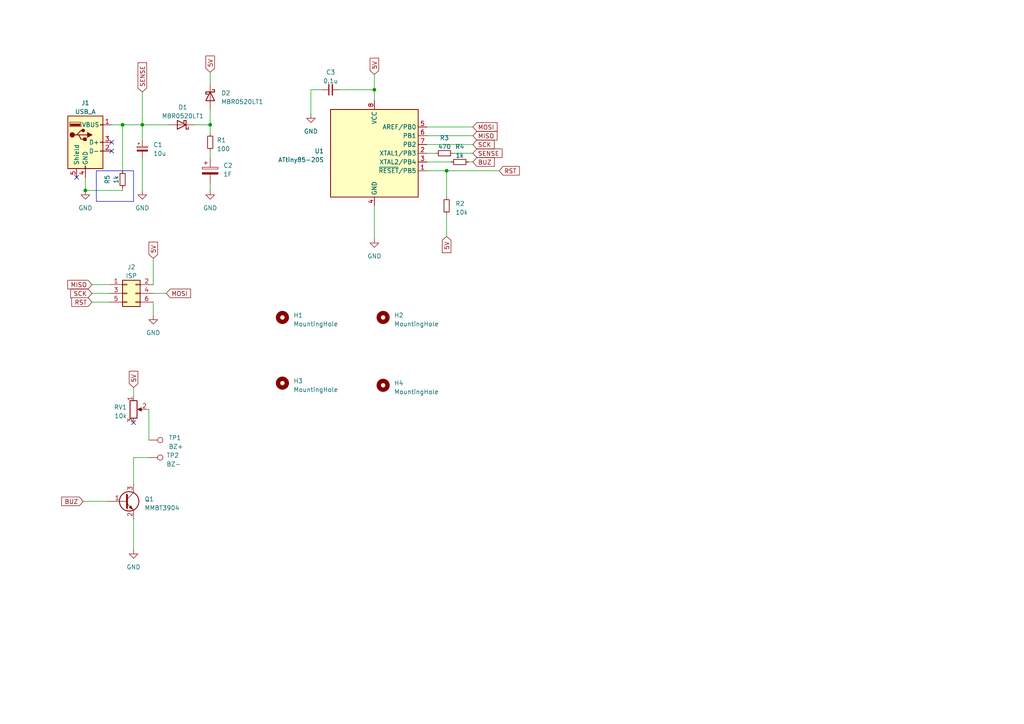
<source format=kicad_sch>
(kicad_sch (version 20230121) (generator eeschema)
  (paper "A4")
  (lib_symbols
    (symbol "Connector:TestPoint" (pin_numbers hide) (pin_names (offset 0.762) hide)
      (property "Reference" "TP" (at 0 6.858 0))
      (property "Value" "TestPoint" (at 0 5.08 0))
      (symbol "TestPoint_0_1"
        (circle (center 0 3.302) (radius 0.762))
      )
      (symbol "TestPoint_1_1"
        (pin passive line (at 0 0 90) (length 2.54) (name "1") (number "1"))
      )
    )
    (symbol "Connector:USB_A" (pin_names (offset 1.016))
      (property "Reference" "J" (at -5.08 11.43 0))
      (property "Value" "USB_A" (at -5.08 8.89 0))
      (symbol "USB_A_0_1"
        (rectangle (start -5.08 -7.62) (end 5.08 7.62) (stroke (width 0.254)) (fill (type background)))
        (circle (center -3.81 2.159) (radius 0.635) (stroke (width 0.254)) (fill (type outline)))
        (rectangle (start -1.524 4.826) (end -4.318 5.334) (fill (type outline)))
        (rectangle (start -1.27 4.572) (end -4.572 5.842))
        (circle (center -0.635 3.429) (radius 0.381) (stroke (width 0.254)) (fill (type outline)))
        (rectangle (start -0.127 -7.62) (end 0.127 -6.858))
        (polyline (pts (xy -3.175 2.159) (xy -2.54 2.159) (xy -1.27 3.429) (xy -0.635 3.429)) (stroke (width 0.254)))
        (polyline (pts (xy -2.54 2.159) (xy -1.905 2.159) (xy -1.27 0.889) (xy 0 0.889)) (stroke (width 0.254)))
        (polyline (pts (xy 0.635 2.794) (xy 0.635 1.524) (xy 1.905 2.159) (xy 0.635 2.794)) (stroke (width 0.254)) (fill (type outline)))
        (rectangle (start 0.254 1.27) (end -0.508 0.508) (stroke (width 0.254)) (fill (type outline)))
        (rectangle (start 5.08 -2.667) (end 4.318 -2.413))
        (rectangle (start 5.08 -0.127) (end 4.318 0.127))
        (rectangle (start 5.08 4.953) (end 4.318 5.207))
      )
      (symbol "USB_A_1_1"
        (polyline (pts (xy -1.905 2.159) (xy 0.635 2.159)) (stroke (width 0.254)))
        (pin power_in line (at 7.62 5.08 180) (length 2.54) (name "VBUS") (number "1"))
        (pin bidirectional line (at 7.62 -2.54 180) (length 2.54) (name "D-") (number "2"))
        (pin bidirectional line (at 7.62 0 180) (length 2.54) (name "D+") (number "3"))
        (pin power_in line (at 0 -10.16 90) (length 2.54) (name "GND") (number "4"))
        (pin passive line (at -2.54 -10.16 90) (length 2.54) (name "Shield") (number "5"))
      )
    )
    (symbol "Connector_Generic:Conn_02x03_Odd_Even" (pin_names (offset 1.016) hide)
      (property "Reference" "J" (at 1.27 5.08 0))
      (property "Value" "Conn_02x03_Odd_Even" (at 1.27 -5.08 0))
      (symbol "Conn_02x03_Odd_Even_1_1"
        (rectangle (start -1.27 -2.413) (end 0 -2.667) (stroke (width 0.1524)))
        (rectangle (start -1.27 0.127) (end 0 -0.127) (stroke (width 0.1524)))
        (rectangle (start -1.27 2.667) (end 0 2.413) (stroke (width 0.1524)))
        (rectangle (start -1.27 3.81) (end 3.81 -3.81) (stroke (width 0.254)) (fill (type background)))
        (rectangle (start 3.81 -2.413) (end 2.54 -2.667) (stroke (width 0.1524)))
        (rectangle (start 3.81 0.127) (end 2.54 -0.127) (stroke (width 0.1524)))
        (rectangle (start 3.81 2.667) (end 2.54 2.413) (stroke (width 0.1524)))
        (pin passive line (at -5.08 2.54 0) (length 3.81) (name "Pin_1") (number "1"))
        (pin passive line (at 7.62 2.54 180) (length 3.81) (name "Pin_2") (number "2"))
        (pin passive line (at -5.08 0 0) (length 3.81) (name "Pin_3") (number "3"))
        (pin passive line (at 7.62 0 180) (length 3.81) (name "Pin_4") (number "4"))
        (pin passive line (at -5.08 -2.54 0) (length 3.81) (name "Pin_5") (number "5"))
        (pin passive line (at 7.62 -2.54 180) (length 3.81) (name "Pin_6") (number "6"))
      )
    )
    (symbol "Device:C_Polarized" (pin_numbers hide) (pin_names (offset 0.254))
      (property "Reference" "C" (at 0.635 2.54 0))
      (property "Value" "C_Polarized" (at 0.635 -2.54 0))
      (symbol "C_Polarized_0_1"
        (rectangle (start -2.286 0.508) (end 2.286 1.016))
        (polyline (pts (xy -1.778 2.286) (xy -0.762 2.286)))
        (polyline (pts (xy -1.27 2.794) (xy -1.27 1.778)))
        (rectangle (start 2.286 -0.508) (end -2.286 -1.016) (fill (type outline)))
      )
      (symbol "C_Polarized_1_1"
        (pin passive line (at 0 3.81 270) (length 2.794) (name "~") (number "1"))
        (pin passive line (at 0 -3.81 90) (length 2.794) (name "~") (number "2"))
      )
    )
    (symbol "Device:C_Polarized_Small" (pin_numbers hide) (pin_names (offset 0.254) hide)
      (property "Reference" "C" (at 0.254 1.778 0))
      (property "Value" "C_Polarized_Small" (at 0.254 -2.032 0))
      (symbol "C_Polarized_Small_0_1"
        (rectangle (start -1.524 -0.3048) (end 1.524 -0.6858) (fill (type outline)))
        (rectangle (start -1.524 0.6858) (end 1.524 0.3048))
        (polyline (pts (xy -1.27 1.524) (xy -0.762 1.524)))
        (polyline (pts (xy -1.016 1.27) (xy -1.016 1.778)))
      )
      (symbol "C_Polarized_Small_1_1"
        (pin passive line (at 0 2.54 270) (length 1.8542) (name "~") (number "1"))
        (pin passive line (at 0 -2.54 90) (length 1.8542) (name "~") (number "2"))
      )
    )
    (symbol "Device:C_Small" (pin_numbers hide) (pin_names (offset 0.254) hide)
      (property "Reference" "C" (at 0.254 1.778 0))
      (property "Value" "C_Small" (at 0.254 -2.032 0))
      (symbol "C_Small_0_1"
        (polyline (pts (xy -1.524 -0.508) (xy 1.524 -0.508)) (stroke (width 0.3302)))
        (polyline (pts (xy -1.524 0.508) (xy 1.524 0.508)) (stroke (width 0.3048)))
      )
      (symbol "C_Small_1_1"
        (pin passive line (at 0 2.54 270) (length 2.032) (name "~") (number "1"))
        (pin passive line (at 0 -2.54 90) (length 2.032) (name "~") (number "2"))
      )
    )
    (symbol "Device:D_Schottky" (pin_numbers hide) (pin_names (offset 1.016) hide)
      (property "Reference" "D" (at 0 2.54 0))
      (property "Value" "D_Schottky" (at 0 -2.54 0))
      (symbol "D_Schottky_0_1"
        (polyline (pts (xy 1.27 0) (xy -1.27 0)))
        (polyline (pts (xy 1.27 1.27) (xy 1.27 -1.27) (xy -1.27 0) (xy 1.27 1.27)) (stroke (width 0.254)))
        (polyline (pts (xy -1.905 0.635) (xy -1.905 1.27) (xy -1.27 1.27) (xy -1.27 -1.27) (xy -0.635 -1.27) (xy -0.635 -0.635)) (stroke (width 0.254)))
      )
      (symbol "D_Schottky_1_1"
        (pin passive line (at -3.81 0 0) (length 2.54) (name "K") (number "1"))
        (pin passive line (at 3.81 0 180) (length 2.54) (name "A") (number "2"))
      )
    )
    (symbol "Device:R_Potentiometer" (pin_names (offset 1.016) hide)
      (property "Reference" "RV" (at -4.445 0 90))
      (property "Value" "R_Potentiometer" (at -2.54 0 90))
      (symbol "R_Potentiometer_0_1"
        (polyline (pts (xy 2.54 0) (xy 1.524 0)))
        (polyline (pts (xy 1.143 0) (xy 2.286 0.508) (xy 2.286 -0.508) (xy 1.143 0)) (fill (type outline)))
        (rectangle (start 1.016 2.54) (end -1.016 -2.54) (stroke (width 0.254)))
      )
      (symbol "R_Potentiometer_1_1"
        (pin passive line (at 0 3.81 270) (length 1.27) (name "1") (number "1"))
        (pin passive line (at 3.81 0 180) (length 1.27) (name "2") (number "2"))
        (pin passive line (at 0 -3.81 90) (length 1.27) (name "3") (number "3"))
      )
    )
    (symbol "Device:R_Small" (pin_numbers hide) (pin_names (offset 0.254) hide)
      (property "Reference" "R" (at 0.762 0.508 0))
      (property "Value" "R_Small" (at 0.762 -1.016 0))
      (symbol "R_Small_0_1"
        (rectangle (start -0.762 1.778) (end 0.762 -1.778) (stroke (width 0.2032)))
      )
      (symbol "R_Small_1_1"
        (pin passive line (at 0 2.54 270) (length 0.762) (name "~") (number "1"))
        (pin passive line (at 0 -2.54 90) (length 0.762) (name "~") (number "2"))
      )
    )
    (symbol "MCU_Microchip_ATtiny:ATtiny85-20S"
      (property "Reference" "U" (at -12.7 13.97 0))
      (property "Value" "ATtiny85-20S" (at 2.54 -13.97 0))
      (symbol "ATtiny85-20S_0_1"
        (rectangle (start -12.7 -12.7) (end 12.7 12.7) (stroke (width 0.254)) (fill (type background)))
      )
      (symbol "ATtiny85-20S_1_1"
        (pin bidirectional line (at 15.24 -5.08 180) (length 2.54) (name "~{RESET}/PB5") (number "1"))
        (pin bidirectional line (at 15.24 0 180) (length 2.54) (name "XTAL1/PB3") (number "2"))
        (pin bidirectional line (at 15.24 -2.54 180) (length 2.54) (name "XTAL2/PB4") (number "3"))
        (pin power_in line (at 0 -15.24 90) (length 2.54) (name "GND") (number "4"))
        (pin bidirectional line (at 15.24 7.62 180) (length 2.54) (name "AREF/PB0") (number "5"))
        (pin bidirectional line (at 15.24 5.08 180) (length 2.54) (name "PB1") (number "6"))
        (pin bidirectional line (at 15.24 2.54 180) (length 2.54) (name "PB2") (number "7"))
        (pin power_in line (at 0 15.24 270) (length 2.54) (name "VCC") (number "8"))
      )
    )
    (symbol "Mechanical:MountingHole" (pin_names (offset 1.016))
      (property "Reference" "H" (at 0 5.08 0))
      (property "Value" "MountingHole" (at 0 3.175 0))
      (symbol "MountingHole_0_1"
        (circle (center 0 0) (radius 1.27) (stroke (width 1.27)))
      )
    )
    (symbol "Transistor_BJT:MMBT3904" (pin_names (offset 0) hide)
      (property "Reference" "Q" (at 5.08 1.905 0))
      (property "Value" "MMBT3904" (at 5.08 0 0))
      (symbol "MMBT3904_0_1"
        (polyline (pts (xy 0.635 0.635) (xy 2.54 2.54)))
        (polyline (pts (xy 0.635 -0.635) (xy 2.54 -2.54) (xy 2.54 -2.54)))
        (polyline (pts (xy 0.635 1.905) (xy 0.635 -1.905) (xy 0.635 -1.905)) (stroke (width 0.508)))
        (polyline (pts (xy 1.27 -1.778) (xy 1.778 -1.27) (xy 2.286 -2.286) (xy 1.27 -1.778) (xy 1.27 -1.778)) (fill (type outline)))
        (circle (center 1.27 0) (radius 2.8194) (stroke (width 0.254)))
      )
      (symbol "MMBT3904_1_1"
        (pin input line (at -5.08 0 0) (length 5.715) (name "B") (number "1"))
        (pin passive line (at 2.54 -5.08 90) (length 2.54) (name "E") (number "2"))
        (pin passive line (at 2.54 5.08 270) (length 2.54) (name "C") (number "3"))
      )
    )
    (symbol "power:GND" (power) (pin_names (offset 0))
      (property "Value" "GND" (at 0 -3.81 0))
      (symbol "GND_0_1"
        (polyline (pts (xy 0 0) (xy 0 -1.27) (xy 1.27 -1.27) (xy 0 -2.54) (xy -1.27 -1.27) (xy 0 -1.27)))
      )
      (symbol "GND_1_1"
        (pin power_in line (at 0 0 270) (length 0) hide (name "GND") (number "1"))
      )
    )
  )
  (junction (at 60.96 36.195))
  (junction (at 24.765 55.245))
  (junction (at 129.54 49.53))
  (junction (at 108.585 26.035))
  (junction (at 35.56 36.195))
  (junction (at 41.275 36.195))
  (no_connect (at 22.225 51.435))
  (no_connect (at 38.735 122.555))
  (no_connect (at 32.385 43.815))
  (no_connect (at 32.385 41.275))
  (wire (pts (xy 44.45 87.63) (xy 44.45 91.44)))
  (wire (pts (xy 60.96 53.34) (xy 60.96 55.245)))
  (wire (pts (xy 35.56 49.53) (xy 35.56 36.195)))
  (wire (pts (xy 44.45 74.93) (xy 44.45 82.55)))
  (wire (pts (xy 26.67 85.09) (xy 31.75 85.09)))
  (wire (pts (xy 35.56 54.61) (xy 35.56 55.245)))
  (wire (pts (xy 129.54 62.23) (xy 129.54 68.58)))
  (wire (pts (xy 43.18 127.635) (xy 43.18 118.745)))
  (wire (pts (xy 108.585 26.035) (xy 108.585 29.21)))
  (wire (pts (xy 108.585 59.69) (xy 108.585 69.215)))
  (wire (pts (xy 24.13 145.415) (xy 31.115 145.415)))
  (wire (pts (xy 123.825 49.53) (xy 129.54 49.53)))
  (wire (pts (xy 38.735 132.715) (xy 38.735 140.335)))
  (wire (pts (xy 41.275 36.195) (xy 48.895 36.195)))
  (wire (pts (xy 123.825 44.45) (xy 126.365 44.45)))
  (wire (pts (xy 44.45 85.09) (xy 48.26 85.09)))
  (wire (pts (xy 131.445 44.45) (xy 137.16 44.45)))
  (wire (pts (xy 41.275 45.72) (xy 41.275 55.245)))
  (wire (pts (xy 41.275 26.67) (xy 41.275 36.195)))
  (wire (pts (xy 38.735 112.395) (xy 38.735 114.935)))
  (wire (pts (xy 123.825 46.99) (xy 130.81 46.99)))
  (wire (pts (xy 60.96 31.75) (xy 60.96 36.195)))
  (wire (pts (xy 26.67 82.55) (xy 31.75 82.55)))
  (wire (pts (xy 123.825 39.37) (xy 137.16 39.37)))
  (wire (pts (xy 129.54 49.53) (xy 144.78 49.53)))
  (wire (pts (xy 93.345 26.035) (xy 90.17 26.035)))
  (wire (pts (xy 123.825 41.91) (xy 137.16 41.91)))
  (wire (pts (xy 41.275 36.195) (xy 41.275 40.64)))
  (wire (pts (xy 26.67 87.63) (xy 31.75 87.63)))
  (wire (pts (xy 56.515 36.195) (xy 60.96 36.195)))
  (wire (pts (xy 60.96 20.955) (xy 60.96 24.13)))
  (wire (pts (xy 60.96 43.815) (xy 60.96 45.72)))
  (wire (pts (xy 60.96 36.195) (xy 60.96 38.735)))
  (wire (pts (xy 129.54 49.53) (xy 129.54 57.15)))
  (wire (pts (xy 43.18 132.715) (xy 38.735 132.715)))
  (wire (pts (xy 98.425 26.035) (xy 108.585 26.035)))
  (wire (pts (xy 108.585 21.59) (xy 108.585 26.035)))
  (wire (pts (xy 38.735 150.495) (xy 38.735 159.385)))
  (wire (pts (xy 135.89 46.99) (xy 137.16 46.99)))
  (wire (pts (xy 90.17 26.035) (xy 90.17 33.02)))
  (wire (pts (xy 35.56 55.245) (xy 24.765 55.245)))
  (wire (pts (xy 42.545 118.745) (xy 43.18 118.745)))
  (wire (pts (xy 32.385 36.195) (xy 35.56 36.195)))
  (wire (pts (xy 35.56 36.195) (xy 41.275 36.195)))
  (wire (pts (xy 123.825 36.83) (xy 137.16 36.83)))
  (wire (pts (xy 24.765 51.435) (xy 24.765 55.245)))
  (rectangle (start 27.94 49.53) (end 38.735 58.42))
  (global_label "RST" (shape input) (at 144.78 49.53 0) (property "Intersheetrefs" "${INTERSHEET_REFS}" (effects hide)))
  (global_label "SENSE" (shape input) (at 41.275 26.67 90) (property "Intersheetrefs" "${INTERSHEET_REFS}" (effects hide)))
  (global_label "MOSI" (shape input) (at 48.26 85.09 0) (property "Intersheetrefs" "${INTERSHEET_REFS}" (effects hide)))
  (global_label "SENSE" (shape input) (at 137.16 44.45 0) (property "Intersheetrefs" "${INTERSHEET_REFS}" (effects hide)))
  (global_label "5V" (shape input) (at 38.735 112.395 90) (property "Intersheetrefs" "${INTERSHEET_REFS}" (effects hide)))
  (global_label "5V" (shape input) (at 44.45 74.93 90) (property "Intersheetrefs" "${INTERSHEET_REFS}" (effects hide)))
  (global_label "SCK" (shape input) (at 26.67 85.09 180) (property "Intersheetrefs" "${INTERSHEET_REFS}" (effects hide)))
  (global_label "MOSI" (shape input) (at 137.16 36.83 0) (property "Intersheetrefs" "${INTERSHEET_REFS}" (effects hide)))
  (global_label "BUZ" (shape input) (at 24.13 145.415 180) (property "Intersheetrefs" "${INTERSHEET_REFS}" (effects hide)))
  (global_label "5V" (shape input) (at 60.96 20.955 90) (property "Intersheetrefs" "${INTERSHEET_REFS}" (effects hide)))
  (global_label "BUZ" (shape input) (at 137.16 46.99 0) (property "Intersheetrefs" "${INTERSHEET_REFS}" (effects hide)))
  (global_label "5V" (shape input) (at 108.585 21.59 90) (property "Intersheetrefs" "${INTERSHEET_REFS}" (effects hide)))
  (global_label "MISO" (shape input) (at 26.67 82.55 180) (property "Intersheetrefs" "${INTERSHEET_REFS}" (effects hide)))
  (global_label "RST" (shape input) (at 26.67 87.63 180) (property "Intersheetrefs" "${INTERSHEET_REFS}" (effects hide)))
  (global_label "MISO" (shape input) (at 137.16 39.37 0) (property "Intersheetrefs" "${INTERSHEET_REFS}" (effects hide)))
  (global_label "5V" (shape input) (at 129.54 68.58 270) (property "Intersheetrefs" "${INTERSHEET_REFS}" (effects hide)))
  (global_label "SCK" (shape input) (at 137.16 41.91 0) (property "Intersheetrefs" "${INTERSHEET_REFS}" (effects hide)))
  (symbol (lib_id "Device:R_Small") (at 35.56 52.07 0) (mirror y) (unit 1)
    (property "Reference" "R5" (at 31.115 52.07 90))
    (property "Value" "1k" (at 33.655 52.07 90))
    (property "Footprint" "Resistor_SMD:R_0603_1608Metric" (effects hide))
  )
  (symbol (lib_id "Device:C_Small") (at 95.885 26.035 90) (unit 1)
    (property "Reference" "C3" (at 95.8913 20.955 90))
    (property "Value" "0.1u" (at 95.8913 23.495 90))
    (property "Footprint" "Capacitor_SMD:C_0603_1608Metric" (effects hide))
  )
  (symbol (lib_id "power:GND") (at 108.585 69.215 0) (unit 1)
    (property "Reference" "#PWR04" (effects hide))
    (property "Value" "GND" (at 108.585 74.295 0))
  )
  (symbol (lib_id "Device:D_Schottky") (at 52.705 36.195 180) (unit 1)
    (property "Reference" "D1" (at 53.0225 31.115 0))
    (property "Value" "MBR0520LT1" (at 53.0225 33.655 0))
    (property "Footprint" "Diode_SMD:D_SOD-123" (effects hide))
  )
  (symbol (lib_id "power:GND") (at 41.275 55.245 0) (unit 1)
    (property "Reference" "#PWR02" (effects hide))
    (property "Value" "GND" (at 41.275 60.325 0))
  )
  (symbol (lib_id "power:GND") (at 60.96 55.245 0) (unit 1)
    (property "Reference" "#PWR03" (effects hide))
    (property "Value" "GND" (at 60.96 60.325 0))
  )
  (symbol (lib_id "power:GND") (at 24.765 55.245 0) (unit 1)
    (property "Reference" "#PWR01" (effects hide))
    (property "Value" "GND" (at 24.765 60.325 0))
  )
  (symbol (lib_id "Device:C_Polarized_Small") (at 41.275 43.18 0) (unit 1)
    (property "Reference" "C1" (at 44.45 41.9989 0) (effects (justify left)))
    (property "Value" "10u" (at 44.45 44.5389 0) (effects (justify left)))
    (property "Footprint" "Capacitor_Tantalum_SMD:CP_EIA-3216-10_Kemet-I_Pad1.58x1.35mm_HandSolder" (effects hide))
  )
  (symbol (lib_id "Mechanical:MountingHole") (at 81.915 92.075 0) (unit 1)
    (property "Reference" "H1" (at 85.09 91.44 0) (effects (justify left)))
    (property "Value" "MountingHole" (at 85.09 93.98 0) (effects (justify left)))
    (property "Footprint" "MountingHole:MountingHole_2.5mm" (effects hide))
  )
  (symbol (lib_id "Device:C_Polarized") (at 60.96 49.53 0) (unit 1)
    (property "Reference" "C2" (at 64.77 48.006 0) (effects (justify left)))
    (property "Value" "1F" (at 64.77 50.546 0) (effects (justify left)))
    (property "Footprint" "supercap:KAMCAP-5R5-D105VYC3H" (effects hide))
  )
  (symbol (lib_id "Device:R_Small") (at 60.96 41.275 180) (unit 1)
    (property "Reference" "R1" (at 62.865 40.64 0) (effects (justify right)))
    (property "Value" "100" (at 62.865 43.18 0) (effects (justify right)))
    (property "Footprint" "Resistor_SMD:R_0603_1608Metric" (effects hide))
  )
  (symbol (lib_id "Transistor_BJT:MMBT3904") (at 36.195 145.415 0) (unit 1)
    (property "Reference" "Q1" (at 41.91 144.78 0) (effects (justify left)))
    (property "Value" "MMBT3904" (at 41.91 147.32 0) (effects (justify left)))
    (property "Footprint" "Package_TO_SOT_SMD:SOT-23" (effects hide))
    (property "Datasheet" "https://www.onsemi.com/pub/Collateral/2N3903-D.PDF" (effects hide))
  )
  (symbol (lib_id "MCU_Microchip_ATtiny:ATtiny85-20S") (at 108.585 44.45 0) (unit 1)
    (property "Reference" "U1" (at 93.98 43.815 0) (effects (justify right)))
    (property "Value" "ATtiny85-20S" (at 93.98 46.355 0) (effects (justify right)))
    (property "Footprint" "Package_SO:SOIC-8W_5.3x5.3mm_P1.27mm" (effects hide))
    (property "Datasheet" "http://ww1.microchip.com/downloads/en/DeviceDoc/atmel-2586-avr-8-bit-microcontroller-attiny25-attiny45-attiny85_datasheet.pdf" (effects hide))
  )
  (symbol (lib_id "Connector:TestPoint") (at 43.18 132.715 270) (unit 1)
    (property "Reference" "TP2" (at 48.26 132.08 90) (effects (justify left)))
    (property "Value" "BZ-" (at 48.26 134.62 90) (effects (justify left)))
    (property "Footprint" "TestPoint:TestPoint_Pad_1.5x1.5mm" (effects hide))
  )
  (symbol (lib_id "Mechanical:MountingHole") (at 81.915 111.125 0) (unit 1)
    (property "Reference" "H3" (at 85.09 110.49 0) (effects (justify left)))
    (property "Value" "MountingHole" (at 85.09 113.03 0) (effects (justify left)))
    (property "Footprint" "MountingHole:MountingHole_2.5mm" (effects hide))
  )
  (symbol (lib_id "Device:R_Small") (at 129.54 59.69 0) (unit 1)
    (property "Reference" "R2" (at 132.08 59.055 0) (effects (justify left)))
    (property "Value" "10k" (at 132.08 61.595 0) (effects (justify left)))
    (property "Footprint" "Resistor_SMD:R_0603_1608Metric" (effects hide))
  )
  (symbol (lib_id "Mechanical:MountingHole") (at 111.125 92.075 0) (unit 1)
    (property "Reference" "H2" (at 114.3 91.44 0) (effects (justify left)))
    (property "Value" "MountingHole" (at 114.3 93.98 0) (effects (justify left)))
    (property "Footprint" "MountingHole:MountingHole_2.5mm" (effects hide))
  )
  (symbol (lib_id "Device:R_Potentiometer") (at 38.735 118.745 0) (unit 1)
    (property "Reference" "RV1" (at 36.83 118.11 0) (effects (justify right)))
    (property "Value" "10k" (at 36.83 120.65 0) (effects (justify right)))
    (property "Footprint" "Potentiometer_THT:Potentiometer_Runtron_RM-065_Vertical" (effects hide))
  )
  (symbol (lib_id "power:GND") (at 90.17 33.02 0) (unit 1)
    (property "Reference" "#PWR05" (effects hide))
    (property "Value" "GND" (at 90.17 38.1 0))
  )
  (symbol (lib_id "Device:R_Small") (at 128.905 44.45 270) (mirror x) (unit 1)
    (property "Reference" "R3" (at 128.905 40.005 90))
    (property "Value" "470" (at 128.905 42.545 90))
    (property "Footprint" "Resistor_SMD:R_0603_1608Metric" (effects hide))
  )
  (symbol (lib_id "Connector:USB_A") (at 24.765 41.275 0) (unit 1)
    (property "Reference" "J1" (at 24.765 29.845 0))
    (property "Value" "USB_A" (at 24.765 32.385 0))
    (property "Footprint" "Connector_USB:USB_A_CNCTech_1001-011-01101_Horizontal" (effects hide))
    (property "Datasheet" " ~" (effects hide))
  )
  (symbol (lib_id "Mechanical:MountingHole") (at 111.125 111.76 0) (unit 1)
    (property "Reference" "H4" (at 114.3 111.125 0) (effects (justify left)))
    (property "Value" "MountingHole" (at 114.3 113.665 0) (effects (justify left)))
    (property "Footprint" "MountingHole:MountingHole_2.5mm" (effects hide))
  )
  (symbol (lib_id "Connector_Generic:Conn_02x03_Odd_Even") (at 36.83 85.09 0) (unit 1)
    (property "Reference" "J2" (at 38.1 77.47 0))
    (property "Value" "ISP" (at 38.1 80.01 0))
    (property "Footprint" "Connector_PinHeader_2.54mm:PinHeader_2x03_P2.54mm_Vertical" (effects hide))
  )
  (symbol (lib_id "Device:D_Schottky") (at 60.96 27.94 270) (unit 1)
    (property "Reference" "D2" (at 64.135 26.9875 90) (effects (justify left)))
    (property "Value" "MBR0520LT1" (at 64.135 29.5275 90) (effects (justify left)))
    (property "Footprint" "Diode_SMD:D_SOD-123" (effects hide))
  )
  (symbol (lib_id "Device:R_Small") (at 133.35 46.99 270) (mirror x) (unit 1)
    (property "Reference" "R4" (at 133.35 42.545 90))
    (property "Value" "1k" (at 133.35 45.085 90))
    (property "Footprint" "Resistor_SMD:R_0603_1608Metric" (effects hide))
  )
  (symbol (lib_id "power:GND") (at 44.45 91.44 0) (unit 1)
    (property "Reference" "#PWR06" (effects hide))
    (property "Value" "GND" (at 44.45 96.52 0))
  )
  (symbol (lib_id "Connector:TestPoint") (at 43.18 127.635 270) (unit 1)
    (property "Reference" "TP1" (at 48.895 127 90) (effects (justify left)))
    (property "Value" "BZ+" (at 48.895 129.54 90) (effects (justify left)))
    (property "Footprint" "TestPoint:TestPoint_Pad_1.5x1.5mm" (effects hide))
  )
  (symbol (lib_id "power:GND") (at 38.735 159.385 0) (unit 1)
    (property "Reference" "#PWR07" (effects hide))
    (property "Value" "GND" (at 38.735 164.465 0))
  )
)
</source>
